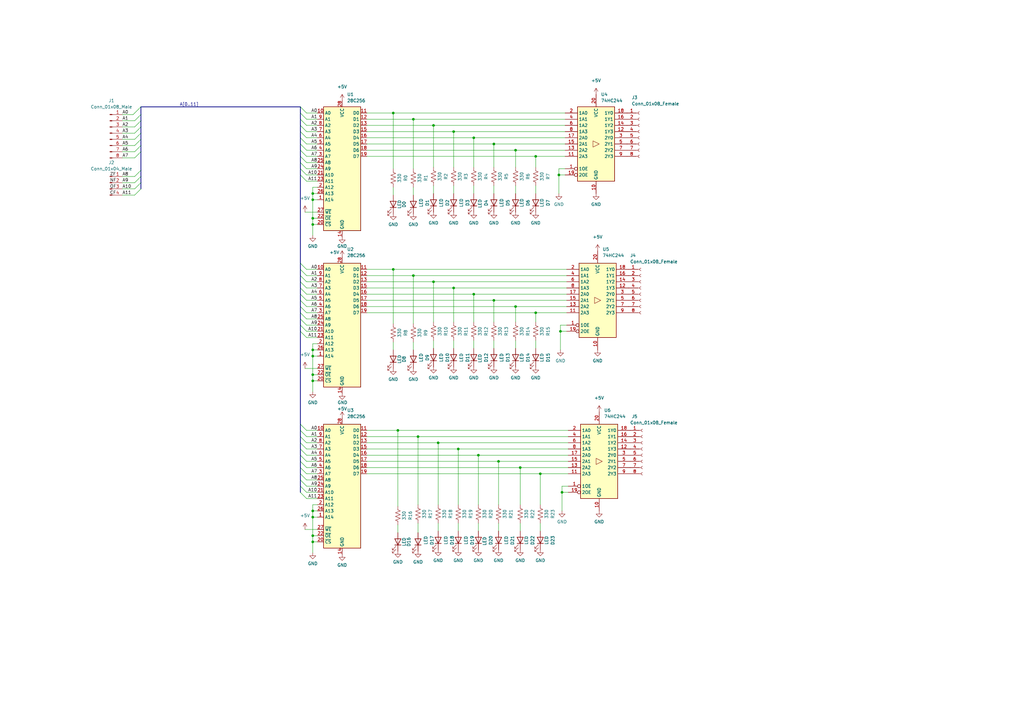
<source format=kicad_sch>
(kicad_sch (version 20211123) (generator eeschema)
  (paper "A3")
  (title_block (title "i281 Control Table") (date "2023-11-15") (rev "1") (company "sdmay24-14"))
  (lib_symbols
    (symbol "74xx:74HC244"
      (property "Reference" "U" (at -7.62 16.51 0))
      (property "Value" "74HC244" (at -7.62 -16.51 0))
      (symbol "74HC244_1_0"
        (polyline (pts (xy 1.27 0) (xy -1.27 1.27) (xy -1.27 -1.27) (xy 1.27 0)) (stroke (width 0.1524)))
        (pin input inverted (at -12.7 -10.16 0) (length 5.08) (name "1OE") (number "1"))
        (pin power_in line (at 0 -20.32 90) (length 5.08) (name "GND") (number "10"))
        (pin input line (at -12.7 -5.08 0) (length 5.08) (name "2A3") (number "11"))
        (pin tri_state line (at 12.7 5.08 180) (length 5.08) (name "1Y3") (number "12"))
        (pin input line (at -12.7 -2.54 0) (length 5.08) (name "2A2") (number "13"))
        (pin tri_state line (at 12.7 7.62 180) (length 5.08) (name "1Y2") (number "14"))
        (pin input line (at -12.7 0 0) (length 5.08) (name "2A1") (number "15"))
        (pin tri_state line (at 12.7 10.16 180) (length 5.08) (name "1Y1") (number "16"))
        (pin input line (at -12.7 2.54 0) (length 5.08) (name "2A0") (number "17"))
        (pin tri_state line (at 12.7 12.7 180) (length 5.08) (name "1Y0") (number "18"))
        (pin input inverted (at -12.7 -12.7 0) (length 5.08) (name "2OE") (number "19"))
        (pin input line (at -12.7 12.7 0) (length 5.08) (name "1A0") (number "2"))
        (pin power_in line (at 0 20.32 270) (length 5.08) (name "VCC") (number "20"))
        (pin tri_state line (at 12.7 2.54 180) (length 5.08) (name "2Y0") (number "3"))
        (pin input line (at -12.7 10.16 0) (length 5.08) (name "1A1") (number "4"))
        (pin tri_state line (at 12.7 0 180) (length 5.08) (name "2Y1") (number "5"))
        (pin input line (at -12.7 7.62 0) (length 5.08) (name "1A2") (number "6"))
        (pin tri_state line (at 12.7 -2.54 180) (length 5.08) (name "2Y2") (number "7"))
        (pin input line (at -12.7 5.08 0) (length 5.08) (name "1A3") (number "8"))
        (pin tri_state line (at 12.7 -5.08 180) (length 5.08) (name "2Y3") (number "9"))
      )
      (symbol "74HC244_1_1"
        (rectangle (start -7.62 15.24) (end 7.62 -15.24) (stroke (width 0.254)) (fill (type background)))
      )
    )
    (symbol "Connector:Conn_01x04_Male" (pin_names (offset 1.016) hide)
      (property "Reference" "J" (at 0 5.08 0))
      (property "Value" "Conn_01x04_Male" (at 0 -7.62 0))
      (symbol "Conn_01x04_Male_1_1"
        (polyline (pts (xy 1.27 -5.08) (xy 0.8636 -5.08)) (stroke (width 0.1524)))
        (polyline (pts (xy 1.27 -2.54) (xy 0.8636 -2.54)) (stroke (width 0.1524)))
        (polyline (pts (xy 1.27 0) (xy 0.8636 0)) (stroke (width 0.1524)))
        (polyline (pts (xy 1.27 2.54) (xy 0.8636 2.54)) (stroke (width 0.1524)))
        (rectangle (start 0.8636 -4.953) (end 0 -5.207) (stroke (width 0.1524)) (fill (type outline)))
        (rectangle (start 0.8636 -2.413) (end 0 -2.667) (stroke (width 0.1524)) (fill (type outline)))
        (rectangle (start 0.8636 0.127) (end 0 -0.127) (stroke (width 0.1524)) (fill (type outline)))
        (rectangle (start 0.8636 2.667) (end 0 2.413) (stroke (width 0.1524)) (fill (type outline)))
        (pin passive line (at 5.08 2.54 180) (length 3.81) (name "Pin_1") (number "1"))
        (pin passive line (at 5.08 0 180) (length 3.81) (name "Pin_2") (number "2"))
        (pin passive line (at 5.08 -2.54 180) (length 3.81) (name "Pin_3") (number "3"))
        (pin passive line (at 5.08 -5.08 180) (length 3.81) (name "Pin_4") (number "4"))
      )
    )
    (symbol "Connector:Conn_01x08_Female" (pin_names (offset 1.016) hide)
      (property "Reference" "J" (at 0 10.16 0))
      (property "Value" "Conn_01x08_Female" (at 0 -12.7 0))
      (symbol "Conn_01x08_Female_1_1"
        (arc (start 0 -9.652) (mid -0.508 -10.16) (end 0 -10.668) (stroke (width 0.1524)))
        (arc (start 0 -7.112) (mid -0.508 -7.62) (end 0 -8.128) (stroke (width 0.1524)))
        (arc (start 0 -4.572) (mid -0.508 -5.08) (end 0 -5.588) (stroke (width 0.1524)))
        (arc (start 0 -2.032) (mid -0.508 -2.54) (end 0 -3.048) (stroke (width 0.1524)))
        (polyline (pts (xy -1.27 -10.16) (xy -0.508 -10.16)) (stroke (width 0.1524)))
        (polyline (pts (xy -1.27 -7.62) (xy -0.508 -7.62)) (stroke (width 0.1524)))
        (polyline (pts (xy -1.27 -5.08) (xy -0.508 -5.08)) (stroke (width 0.1524)))
        (polyline (pts (xy -1.27 -2.54) (xy -0.508 -2.54)) (stroke (width 0.1524)))
        (polyline (pts (xy -1.27 0) (xy -0.508 0)) (stroke (width 0.1524)))
        (polyline (pts (xy -1.27 2.54) (xy -0.508 2.54)) (stroke (width 0.1524)))
        (polyline (pts (xy -1.27 5.08) (xy -0.508 5.08)) (stroke (width 0.1524)))
        (polyline (pts (xy -1.27 7.62) (xy -0.508 7.62)) (stroke (width 0.1524)))
        (arc (start 0 0.508) (mid -0.508 0) (end 0 -0.508) (stroke (width 0.1524)))
        (arc (start 0 3.048) (mid -0.508 2.54) (end 0 2.032) (stroke (width 0.1524)))
        (arc (start 0 5.588) (mid -0.508 5.08) (end 0 4.572) (stroke (width 0.1524)))
        (arc (start 0 8.128) (mid -0.508 7.62) (end 0 7.112) (stroke (width 0.1524)))
        (pin passive line (at -5.08 7.62 0) (length 3.81) (name "Pin_1") (number "1"))
        (pin passive line (at -5.08 5.08 0) (length 3.81) (name "Pin_2") (number "2"))
        (pin passive line (at -5.08 2.54 0) (length 3.81) (name "Pin_3") (number "3"))
        (pin passive line (at -5.08 0 0) (length 3.81) (name "Pin_4") (number "4"))
        (pin passive line (at -5.08 -2.54 0) (length 3.81) (name "Pin_5") (number "5"))
        (pin passive line (at -5.08 -5.08 0) (length 3.81) (name "Pin_6") (number "6"))
        (pin passive line (at -5.08 -7.62 0) (length 3.81) (name "Pin_7") (number "7"))
        (pin passive line (at -5.08 -10.16 0) (length 3.81) (name "Pin_8") (number "8"))
      )
    )
    (symbol "Connector:Conn_01x08_Male" (pin_names (offset 1.016) hide)
      (property "Reference" "J" (at 0 10.16 0))
      (property "Value" "Conn_01x08_Male" (at 0 -12.7 0))
      (symbol "Conn_01x08_Male_1_1"
        (polyline (pts (xy 1.27 -10.16) (xy 0.8636 -10.16)) (stroke (width 0.1524)))
        (polyline (pts (xy 1.27 -7.62) (xy 0.8636 -7.62)) (stroke (width 0.1524)))
        (polyline (pts (xy 1.27 -5.08) (xy 0.8636 -5.08)) (stroke (width 0.1524)))
        (polyline (pts (xy 1.27 -2.54) (xy 0.8636 -2.54)) (stroke (width 0.1524)))
        (polyline (pts (xy 1.27 0) (xy 0.8636 0)) (stroke (width 0.1524)))
        (polyline (pts (xy 1.27 2.54) (xy 0.8636 2.54)) (stroke (width 0.1524)))
        (polyline (pts (xy 1.27 5.08) (xy 0.8636 5.08)) (stroke (width 0.1524)))
        (polyline (pts (xy 1.27 7.62) (xy 0.8636 7.62)) (stroke (width 0.1524)))
        (rectangle (start 0.8636 -10.033) (end 0 -10.287) (stroke (width 0.1524)) (fill (type outline)))
        (rectangle (start 0.8636 -7.493) (end 0 -7.747) (stroke (width 0.1524)) (fill (type outline)))
        (rectangle (start 0.8636 -4.953) (end 0 -5.207) (stroke (width 0.1524)) (fill (type outline)))
        (rectangle (start 0.8636 -2.413) (end 0 -2.667) (stroke (width 0.1524)) (fill (type outline)))
        (rectangle (start 0.8636 0.127) (end 0 -0.127) (stroke (width 0.1524)) (fill (type outline)))
        (rectangle (start 0.8636 2.667) (end 0 2.413) (stroke (width 0.1524)) (fill (type outline)))
        (rectangle (start 0.8636 5.207) (end 0 4.953) (stroke (width 0.1524)) (fill (type outline)))
        (rectangle (start 0.8636 7.747) (end 0 7.493) (stroke (width 0.1524)) (fill (type outline)))
        (pin passive line (at 5.08 7.62 180) (length 3.81) (name "Pin_1") (number "1"))
        (pin passive line (at 5.08 5.08 180) (length 3.81) (name "Pin_2") (number "2"))
        (pin passive line (at 5.08 2.54 180) (length 3.81) (name "Pin_3") (number "3"))
        (pin passive line (at 5.08 0 180) (length 3.81) (name "Pin_4") (number "4"))
        (pin passive line (at 5.08 -2.54 180) (length 3.81) (name "Pin_5") (number "5"))
        (pin passive line (at 5.08 -5.08 180) (length 3.81) (name "Pin_6") (number "6"))
        (pin passive line (at 5.08 -7.62 180) (length 3.81) (name "Pin_7") (number "7"))
        (pin passive line (at 5.08 -10.16 180) (length 3.81) (name "Pin_8") (number "8"))
      )
    )
    (symbol "Device:LED" (pin_numbers hide) (pin_names (offset 1.016) hide)
      (property "Reference" "D" (at 0 2.54 0))
      (property "Value" "LED" (at 0 -2.54 0))
      (symbol "LED_0_1"
        (polyline (pts (xy -1.27 -1.27) (xy -1.27 1.27)) (stroke (width 0.254)))
        (polyline (pts (xy -1.27 0) (xy 1.27 0)))
        (polyline (pts (xy 1.27 -1.27) (xy 1.27 1.27) (xy -1.27 0) (xy 1.27 -1.27)) (stroke (width 0.254)))
        (polyline (pts (xy -3.048 -0.762) (xy -4.572 -2.286) (xy -3.81 -2.286) (xy -4.572 -2.286) (xy -4.572 -1.524)))
        (polyline (pts (xy -1.778 -0.762) (xy -3.302 -2.286) (xy -2.54 -2.286) (xy -3.302 -2.286) (xy -3.302 -1.524)))
      )
      (symbol "LED_1_1"
        (pin passive line (at -3.81 0 0) (length 2.54) (name "K") (number "1"))
        (pin passive line (at 3.81 0 180) (length 2.54) (name "A") (number "2"))
      )
    )
    (symbol "Device:R_US" (pin_numbers hide) (pin_names (offset 0))
      (property "Reference" "R" (at 2.54 0 90))
      (property "Value" "R_US" (at -2.54 0 90))
      (symbol "R_US_0_1"
        (polyline (pts (xy 0 -2.286) (xy 0 -2.54)))
        (polyline (pts (xy 0 2.286) (xy 0 2.54)))
        (polyline (pts (xy 0 -0.762) (xy 1.016 -1.143) (xy 0 -1.524) (xy -1.016 -1.905) (xy 0 -2.286)))
        (polyline (pts (xy 0 0.762) (xy 1.016 0.381) (xy 0 0) (xy -1.016 -0.381) (xy 0 -0.762)))
        (polyline (pts (xy 0 2.286) (xy 1.016 1.905) (xy 0 1.524) (xy -1.016 1.143) (xy 0 0.762)))
      )
      (symbol "R_US_1_1"
        (pin passive line (at 0 3.81 270) (length 1.27) (name "~") (number "1"))
        (pin passive line (at 0 -3.81 90) (length 1.27) (name "~") (number "2"))
      )
    )
    (symbol "Memory_EEPROM:28C256"
      (property "Reference" "U" (at -7.62 26.67 0))
      (property "Value" "28C256" (at 2.54 -26.67 0))
      (symbol "28C256_1_1"
        (rectangle (start -7.62 25.4) (end 7.62 -25.4) (stroke (width 0.254)) (fill (type background)))
        (pin input line (at -10.16 -12.7 0) (length 2.54) (name "A14") (number "1"))
        (pin input line (at -10.16 22.86 0) (length 2.54) (name "A0") (number "10"))
        (pin tri_state line (at 10.16 22.86 180) (length 2.54) (name "D0") (number "11"))
        (pin tri_state line (at 10.16 20.32 180) (length 2.54) (name "D1") (number "12"))
        (pin tri_state line (at 10.16 17.78 180) (length 2.54) (name "D2") (number "13"))
        (pin power_in line (at 0 -27.94 90) (length 2.54) (name "GND") (number "14"))
        (pin tri_state line (at 10.16 15.24 180) (length 2.54) (name "D3") (number "15"))
        (pin tri_state line (at 10.16 12.7 180) (length 2.54) (name "D4") (number "16"))
        (pin tri_state line (at 10.16 10.16 180) (length 2.54) (name "D5") (number "17"))
        (pin tri_state line (at 10.16 7.62 180) (length 2.54) (name "D6") (number "18"))
        (pin tri_state line (at 10.16 5.08 180) (length 2.54) (name "D7") (number "19"))
        (pin input line (at -10.16 -7.62 0) (length 2.54) (name "A12") (number "2"))
        (pin input line (at -10.16 -22.86 0) (length 2.54) (name "~{CS}") (number "20"))
        (pin input line (at -10.16 -2.54 0) (length 2.54) (name "A10") (number "21"))
        (pin input line (at -10.16 -20.32 0) (length 2.54) (name "~{OE}") (number "22"))
        (pin input line (at -10.16 -5.08 0) (length 2.54) (name "A11") (number "23"))
        (pin input line (at -10.16 0 0) (length 2.54) (name "A9") (number "24"))
        (pin input line (at -10.16 2.54 0) (length 2.54) (name "A8") (number "25"))
        (pin input line (at -10.16 -10.16 0) (length 2.54) (name "A13") (number "26"))
        (pin input line (at -10.16 -17.78 0) (length 2.54) (name "~{WE}") (number "27"))
        (pin power_in line (at 0 27.94 270) (length 2.54) (name "VCC") (number "28"))
        (pin input line (at -10.16 5.08 0) (length 2.54) (name "A7") (number "3"))
        (pin input line (at -10.16 7.62 0) (length 2.54) (name "A6") (number "4"))
        (pin input line (at -10.16 10.16 0) (length 2.54) (name "A5") (number "5"))
        (pin input line (at -10.16 12.7 0) (length 2.54) (name "A4") (number "6"))
        (pin input line (at -10.16 15.24 0) (length 2.54) (name "A3") (number "7"))
        (pin input line (at -10.16 17.78 0) (length 2.54) (name "A2") (number "8"))
        (pin input line (at -10.16 20.32 0) (length 2.54) (name "A1") (number "9"))
      )
    )
    (symbol "power:+5V" (power) (pin_names (offset 0))
      (property "Value" "+5V" (at 0 3.556 0))
      (symbol "+5V_0_1"
        (polyline (pts (xy -0.762 1.27) (xy 0 2.54)))
        (polyline (pts (xy 0 0) (xy 0 2.54)))
        (polyline (pts (xy 0 2.54) (xy 0.762 1.27)))
      )
      (symbol "+5V_1_1"
        (pin power_in line (at 0 0 90) (length 0) hide (name "+5V") (number "1"))
      )
    )
    (symbol "power:GND" (power) (pin_names (offset 0))
      (property "Value" "GND" (at 0 -3.81 0))
      (symbol "GND_0_1"
        (polyline (pts (xy 0 0) (xy 0 -1.27) (xy 1.27 -1.27) (xy 0 -2.54) (xy -1.27 -1.27) (xy 0 -1.27)))
      )
      (symbol "GND_1_1"
        (pin power_in line (at 0 0 270) (length 0) hide (name "GND") (number "1"))
      )
    )
  )
  (junction (at 196.215 186.69))
  (junction (at 128.27 143.51))
  (junction (at 177.8 115.57))
  (junction (at 128.27 79.375))
  (junction (at 179.705 181.61))
  (junction (at 187.96 184.15))
  (junction (at 128.27 156.21))
  (junction (at 161.29 110.49))
  (junction (at 128.27 222.25))
  (junction (at 161.29 46.355))
  (junction (at 194.31 56.515))
  (junction (at 128.27 219.71))
  (junction (at 219.71 128.27))
  (junction (at 169.545 113.03))
  (junction (at 221.615 194.31))
  (junction (at 128.27 92.075))
  (junction (at 213.36 191.77))
  (junction (at 229.235 71.755))
  (junction (at 128.27 146.05))
  (junction (at 202.565 59.055))
  (junction (at 204.47 189.23))
  (junction (at 128.27 209.55))
  (junction (at 211.455 125.73))
  (junction (at 128.27 81.915))
  (junction (at 229.87 135.89))
  (junction (at 128.27 89.535))
  (junction (at 202.565 123.19))
  (junction (at 230.505 201.93))
  (junction (at 177.8 51.435))
  (junction (at 194.31 120.65))
  (junction (at 163.195 176.53))
  (junction (at 169.545 48.895))
  (junction (at 171.45 179.07))
  (junction (at 211.455 61.595))
  (junction (at 128.27 212.09))
  (junction (at 186.055 118.11))
  (junction (at 186.055 53.975))
  (junction (at 128.27 153.67))
  (junction (at 219.71 64.135))
  (bus_entry (at 123.19 186.69) (size 2.54 2.54))
  (bus_entry (at 123.19 118.11) (size 2.54 2.54))
  (bus_entry (at 123.19 123.19) (size 2.54 2.54))
  (bus_entry (at 123.19 176.53) (size 2.54 2.54))
  (bus_entry (at 123.19 196.85) (size 2.54 2.54))
  (bus_entry (at 123.19 71.755) (size 2.54 2.54))
  (bus_entry (at 123.19 130.81) (size 2.54 2.54))
  (bus_entry (at 123.19 181.61) (size 2.54 2.54))
  (bus_entry (at 57.785 59.69) (size -2.54 2.54))
  (bus_entry (at 123.19 199.39) (size 2.54 2.54))
  (bus_entry (at 123.19 135.89) (size 2.54 2.54))
  (bus_entry (at 123.19 201.93) (size 2.54 2.54))
  (bus_entry (at 123.19 64.135) (size 2.54 2.54))
  (bus_entry (at 57.785 54.61) (size -2.54 2.54))
  (bus_entry (at 123.19 184.15) (size 2.54 2.54))
  (bus_entry (at 123.19 69.215) (size 2.54 2.54))
  (bus_entry (at 123.19 191.77) (size 2.54 2.54))
  (bus_entry (at 57.785 62.23) (size -2.54 2.54))
  (bus_entry (at 57.785 72.39) (size -2.54 2.54))
  (bus_entry (at 123.19 120.65) (size 2.54 2.54))
  (bus_entry (at 123.19 48.895) (size 2.54 2.54))
  (bus_entry (at 123.19 194.31) (size 2.54 2.54))
  (bus_entry (at 57.785 57.15) (size -2.54 2.54))
  (bus_entry (at 123.19 179.07) (size 2.54 2.54))
  (bus_entry (at 123.19 46.355) (size 2.54 2.54))
  (bus_entry (at 123.19 115.57) (size 2.54 2.54))
  (bus_entry (at 57.785 74.93) (size -2.54 2.54))
  (bus_entry (at 123.19 110.49) (size 2.54 2.54))
  (bus_entry (at 123.19 173.99) (size 2.54 2.54))
  (bus_entry (at 123.19 189.23) (size 2.54 2.54))
  (bus_entry (at 123.19 113.03) (size 2.54 2.54))
  (bus_entry (at 57.785 46.99) (size -2.54 2.54))
  (bus_entry (at 123.19 107.95) (size 2.54 2.54))
  (bus_entry (at 57.785 52.07) (size -2.54 2.54))
  (bus_entry (at 57.785 43.815) (size -2.54 2.54))
  (bus_entry (at 123.19 43.815) (size 2.54 2.54))
  (bus_entry (at 57.785 49.53) (size -2.54 2.54))
  (bus_entry (at 123.19 59.055) (size 2.54 2.54))
  (bus_entry (at 123.19 128.27) (size 2.54 2.54))
  (bus_entry (at 123.19 56.515) (size 2.54 2.54))
  (bus_entry (at 57.785 77.47) (size -2.54 2.54))
  (bus_entry (at 123.19 53.975) (size 2.54 2.54))
  (bus_entry (at 123.19 51.435) (size 2.54 2.54))
  (bus_entry (at 123.19 66.675) (size 2.54 2.54))
  (bus_entry (at 57.785 69.85) (size -2.54 2.54))
  (bus_entry (at 123.19 61.595) (size 2.54 2.54))
  (bus_entry (at 123.19 133.35) (size 2.54 2.54))
  (bus_entry (at 123.19 125.73) (size 2.54 2.54))
  (wire (pts (xy 125.73 125.73) (xy 130.175 125.73)))
  (wire (pts (xy 125.73 204.47) (xy 130.175 204.47)))
  (wire (pts (xy 50.165 52.07) (xy 55.245 52.07)))
  (bus (pts (xy 123.19 196.85) (xy 123.19 199.39)))
  (wire (pts (xy 221.615 194.31) (xy 233.045 194.31)))
  (wire (pts (xy 128.27 140.97) (xy 128.27 143.51)))
  (wire (pts (xy 125.73 48.895) (xy 130.175 48.895)))
  (wire (pts (xy 196.215 186.69) (xy 196.215 207.01)))
  (wire (pts (xy 55.245 46.355) (xy 54.61 46.99)))
  (wire (pts (xy 128.27 219.71) (xy 128.27 222.25)))
  (wire (pts (xy 163.195 215.265) (xy 163.195 218.44)))
  (wire (pts (xy 204.47 189.23) (xy 233.045 189.23)))
  (wire (pts (xy 150.495 53.975) (xy 186.055 53.975)))
  (wire (pts (xy 150.495 61.595) (xy 211.455 61.595)))
  (wire (pts (xy 128.27 92.075) (xy 130.175 92.075)))
  (wire (pts (xy 125.73 181.61) (xy 130.175 181.61)))
  (bus (pts (xy 123.19 53.975) (xy 123.19 56.515)))
  (wire (pts (xy 50.165 57.15) (xy 55.245 57.15)))
  (wire (pts (xy 130.175 89.535) (xy 128.27 89.535)))
  (wire (pts (xy 161.29 46.355) (xy 231.775 46.355)))
  (wire (pts (xy 50.165 74.93) (xy 55.245 74.93)))
  (wire (pts (xy 161.29 110.49) (xy 232.41 110.49)))
  (wire (pts (xy 213.36 191.77) (xy 233.045 191.77)))
  (wire (pts (xy 230.505 201.93) (xy 233.045 201.93)))
  (wire (pts (xy 169.545 48.895) (xy 231.775 48.895)))
  (bus (pts (xy 57.785 74.93) (xy 57.785 72.39)))
  (wire (pts (xy 125.73 66.675) (xy 130.175 66.675)))
  (wire (pts (xy 169.545 76.835) (xy 169.545 80.01)))
  (wire (pts (xy 125.73 186.69) (xy 130.175 186.69)))
  (wire (pts (xy 128.27 156.21) (xy 128.27 160.655)))
  (wire (pts (xy 150.495 110.49) (xy 161.29 110.49)))
  (wire (pts (xy 125.73 191.77) (xy 130.175 191.77)))
  (wire (pts (xy 202.565 123.19) (xy 232.41 123.19)))
  (wire (pts (xy 229.87 133.35) (xy 229.87 135.89)))
  (wire (pts (xy 187.96 184.15) (xy 187.96 207.01)))
  (wire (pts (xy 150.495 64.135) (xy 219.71 64.135)))
  (wire (pts (xy 125.73 179.07) (xy 130.175 179.07)))
  (bus (pts (xy 57.785 57.15) (xy 57.785 54.61)))
  (wire (pts (xy 125.73 51.435) (xy 130.175 51.435)))
  (wire (pts (xy 150.495 115.57) (xy 177.8 115.57)))
  (wire (pts (xy 219.71 139.7) (xy 219.71 142.875)))
  (wire (pts (xy 128.27 209.55) (xy 130.175 209.55)))
  (wire (pts (xy 202.565 139.7) (xy 202.565 142.875)))
  (wire (pts (xy 50.165 59.69) (xy 55.245 59.69)))
  (wire (pts (xy 171.45 179.07) (xy 171.45 207.01)))
  (bus (pts (xy 123.19 51.435) (xy 123.19 53.975)))
  (wire (pts (xy 211.455 139.7) (xy 211.455 142.875)))
  (bus (pts (xy 123.19 107.95) (xy 123.19 110.49)))
  (bus (pts (xy 123.19 113.03) (xy 123.19 115.57)))
  (wire (pts (xy 125.73 69.215) (xy 130.175 69.215)))
  (wire (pts (xy 169.545 48.895) (xy 169.545 69.215)))
  (wire (pts (xy 221.615 214.63) (xy 221.615 217.805)))
  (wire (pts (xy 125.73 133.35) (xy 130.175 133.35)))
  (wire (pts (xy 150.495 128.27) (xy 219.71 128.27)))
  (bus (pts (xy 123.19 110.49) (xy 123.19 113.03)))
  (wire (pts (xy 221.615 194.31) (xy 221.615 207.01)))
  (wire (pts (xy 128.27 156.21) (xy 130.175 156.21)))
  (wire (pts (xy 219.71 128.27) (xy 232.41 128.27)))
  (bus (pts (xy 123.19 199.39) (xy 123.19 201.93)))
  (wire (pts (xy 125.73 128.27) (xy 130.175 128.27)))
  (wire (pts (xy 233.045 199.39) (xy 230.505 199.39)))
  (wire (pts (xy 128.27 81.915) (xy 130.175 81.915)))
  (wire (pts (xy 125.73 196.85) (xy 130.175 196.85)))
  (wire (pts (xy 219.71 64.135) (xy 219.71 68.58)))
  (wire (pts (xy 179.705 181.61) (xy 179.705 207.01)))
  (wire (pts (xy 186.055 53.975) (xy 231.775 53.975)))
  (bus (pts (xy 57.785 54.61) (xy 57.785 52.07)))
  (wire (pts (xy 125.73 189.23) (xy 130.175 189.23)))
  (wire (pts (xy 128.27 92.075) (xy 128.27 96.52)))
  (wire (pts (xy 125.73 113.03) (xy 130.175 113.03)))
  (wire (pts (xy 177.8 51.435) (xy 177.8 68.58)))
  (wire (pts (xy 128.27 222.25) (xy 130.175 222.25)))
  (wire (pts (xy 128.27 153.67) (xy 128.27 156.21)))
  (wire (pts (xy 128.27 79.375) (xy 130.175 79.375)))
  (wire (pts (xy 125.73 118.11) (xy 130.175 118.11)))
  (wire (pts (xy 202.565 123.19) (xy 202.565 132.08)))
  (wire (pts (xy 194.31 76.2) (xy 194.31 79.375)))
  (wire (pts (xy 125.73 201.93) (xy 130.175 201.93)))
  (bus (pts (xy 123.19 194.31) (xy 123.19 196.85)))
  (wire (pts (xy 150.495 51.435) (xy 177.8 51.435)))
  (bus (pts (xy 123.19 186.69) (xy 123.19 189.23)))
  (wire (pts (xy 161.29 76.835) (xy 161.29 80.01)))
  (wire (pts (xy 150.495 46.355) (xy 161.29 46.355)))
  (wire (pts (xy 194.31 139.7) (xy 194.31 142.875)))
  (bus (pts (xy 123.19 69.215) (xy 123.19 71.755)))
  (wire (pts (xy 179.705 181.61) (xy 233.045 181.61)))
  (bus (pts (xy 123.19 189.23) (xy 123.19 191.77)))
  (bus (pts (xy 123.19 176.53) (xy 123.19 179.07)))
  (wire (pts (xy 150.495 123.19) (xy 202.565 123.19)))
  (bus (pts (xy 123.19 56.515) (xy 123.19 59.055)))
  (bus (pts (xy 123.19 115.57) (xy 123.19 118.11)))
  (wire (pts (xy 150.495 179.07) (xy 171.45 179.07)))
  (wire (pts (xy 128.27 79.375) (xy 128.27 81.915)))
  (wire (pts (xy 128.27 212.09) (xy 130.175 212.09)))
  (wire (pts (xy 50.165 64.77) (xy 55.245 64.77)))
  (bus (pts (xy 123.19 43.815) (xy 123.19 46.355)))
  (wire (pts (xy 177.8 139.7) (xy 177.8 142.875)))
  (wire (pts (xy 150.495 113.03) (xy 169.545 113.03)))
  (bus (pts (xy 123.19 59.055) (xy 123.19 61.595)))
  (wire (pts (xy 150.495 59.055) (xy 202.565 59.055)))
  (wire (pts (xy 125.73 110.49) (xy 130.175 110.49)))
  (wire (pts (xy 125.73 130.81) (xy 130.175 130.81)))
  (wire (pts (xy 128.27 81.915) (xy 128.27 89.535)))
  (wire (pts (xy 179.705 214.63) (xy 179.705 217.805)))
  (bus (pts (xy 123.19 71.755) (xy 123.19 107.95)))
  (wire (pts (xy 150.495 125.73) (xy 211.455 125.73)))
  (bus (pts (xy 123.19 191.77) (xy 123.19 194.31)))
  (wire (pts (xy 213.36 191.77) (xy 213.36 207.01)))
  (wire (pts (xy 229.235 69.215) (xy 229.235 71.755)))
  (wire (pts (xy 196.215 214.63) (xy 196.215 217.805)))
  (bus (pts (xy 123.19 128.27) (xy 123.19 130.81)))
  (wire (pts (xy 229.87 135.89) (xy 229.87 143.51)))
  (bus (pts (xy 123.19 46.355) (xy 123.19 48.895)))
  (wire (pts (xy 125.73 138.43) (xy 130.175 138.43)))
  (bus (pts (xy 123.19 173.99) (xy 123.19 176.53)))
  (wire (pts (xy 202.565 59.055) (xy 231.775 59.055)))
  (wire (pts (xy 150.495 194.31) (xy 221.615 194.31)))
  (wire (pts (xy 163.195 176.53) (xy 163.195 207.645)))
  (wire (pts (xy 50.165 49.53) (xy 55.245 49.53)))
  (wire (pts (xy 211.455 61.595) (xy 231.775 61.595)))
  (wire (pts (xy 125.73 194.31) (xy 130.175 194.31)))
  (wire (pts (xy 171.45 179.07) (xy 233.045 179.07)))
  (bus (pts (xy 123.19 118.11) (xy 123.19 120.65)))
  (bus (pts (xy 123.19 179.07) (xy 123.19 181.61)))
  (wire (pts (xy 229.87 135.89) (xy 232.41 135.89)))
  (wire (pts (xy 186.055 76.2) (xy 186.055 79.375)))
  (wire (pts (xy 125.73 74.295) (xy 130.175 74.295)))
  (wire (pts (xy 150.495 118.11) (xy 186.055 118.11)))
  (wire (pts (xy 177.8 115.57) (xy 177.8 132.08)))
  (wire (pts (xy 128.27 222.25) (xy 128.27 226.695)))
  (wire (pts (xy 125.73 71.755) (xy 130.175 71.755)))
  (wire (pts (xy 202.565 76.2) (xy 202.565 79.375)))
  (wire (pts (xy 196.215 186.69) (xy 233.045 186.69)))
  (wire (pts (xy 125.73 61.595) (xy 130.175 61.595)))
  (wire (pts (xy 169.545 113.03) (xy 169.545 132.715)))
  (wire (pts (xy 50.165 77.47) (xy 55.245 77.47)))
  (wire (pts (xy 211.455 125.73) (xy 211.455 132.08)))
  (wire (pts (xy 186.055 139.7) (xy 186.055 142.875)))
  (wire (pts (xy 130.175 140.97) (xy 128.27 140.97)))
  (wire (pts (xy 128.27 212.09) (xy 128.27 219.71)))
  (wire (pts (xy 202.565 59.055) (xy 202.565 68.58)))
  (wire (pts (xy 219.71 64.135) (xy 231.775 64.135)))
  (wire (pts (xy 213.36 214.63) (xy 213.36 217.805)))
  (wire (pts (xy 161.29 140.335) (xy 161.29 143.51)))
  (wire (pts (xy 150.495 48.895) (xy 169.545 48.895)))
  (wire (pts (xy 125.73 59.055) (xy 130.175 59.055)))
  (wire (pts (xy 161.29 46.355) (xy 161.29 69.215)))
  (wire (pts (xy 125.73 64.135) (xy 130.175 64.135)))
  (wire (pts (xy 50.165 54.61) (xy 55.245 54.61)))
  (wire (pts (xy 125.73 120.65) (xy 130.175 120.65)))
  (wire (pts (xy 186.055 118.11) (xy 186.055 132.08)))
  (wire (pts (xy 187.96 184.15) (xy 233.045 184.15)))
  (wire (pts (xy 150.495 56.515) (xy 194.31 56.515)))
  (wire (pts (xy 125.73 199.39) (xy 130.175 199.39)))
  (wire (pts (xy 171.45 214.63) (xy 171.45 218.44)))
  (wire (pts (xy 128.27 146.05) (xy 130.175 146.05)))
  (wire (pts (xy 219.71 76.2) (xy 219.71 79.375)))
  (wire (pts (xy 128.27 146.05) (xy 128.27 153.67)))
  (wire (pts (xy 204.47 214.63) (xy 204.47 217.805)))
  (bus (pts (xy 123.19 125.73) (xy 123.19 128.27)))
  (wire (pts (xy 169.545 140.335) (xy 169.545 143.51)))
  (wire (pts (xy 186.055 118.11) (xy 232.41 118.11)))
  (wire (pts (xy 169.545 113.03) (xy 232.41 113.03)))
  (wire (pts (xy 231.775 69.215) (xy 229.235 69.215)))
  (wire (pts (xy 177.8 76.2) (xy 177.8 79.375)))
  (wire (pts (xy 130.175 153.67) (xy 128.27 153.67)))
  (bus (pts (xy 123.19 120.65) (xy 123.19 123.19)))
  (wire (pts (xy 194.31 120.65) (xy 232.41 120.65)))
  (wire (pts (xy 125.73 53.975) (xy 130.175 53.975)))
  (wire (pts (xy 50.165 72.39) (xy 55.245 72.39)))
  (wire (pts (xy 211.455 61.595) (xy 211.455 68.58)))
  (wire (pts (xy 150.495 120.65) (xy 194.31 120.65)))
  (wire (pts (xy 230.505 199.39) (xy 230.505 201.93)))
  (wire (pts (xy 229.235 71.755) (xy 229.235 79.375)))
  (bus (pts (xy 123.19 64.135) (xy 123.19 66.675)))
  (wire (pts (xy 125.73 56.515) (xy 130.175 56.515)))
  (wire (pts (xy 229.235 71.755) (xy 231.775 71.755)))
  (wire (pts (xy 211.455 125.73) (xy 232.41 125.73)))
  (wire (pts (xy 204.47 189.23) (xy 204.47 207.01)))
  (wire (pts (xy 194.31 120.65) (xy 194.31 132.08)))
  (wire (pts (xy 125.095 86.995) (xy 130.175 86.995)))
  (wire (pts (xy 177.8 51.435) (xy 231.775 51.435)))
  (bus (pts (xy 57.785 43.815) (xy 123.19 43.815)))
  (wire (pts (xy 50.165 46.99) (xy 54.61 46.99)))
  (bus (pts (xy 123.19 66.675) (xy 123.19 69.215)))
  (wire (pts (xy 50.165 80.01) (xy 55.245 80.01)))
  (wire (pts (xy 186.055 53.975) (xy 186.055 68.58)))
  (bus (pts (xy 57.785 72.39) (xy 57.785 69.85)))
  (wire (pts (xy 128.27 76.835) (xy 128.27 79.375)))
  (wire (pts (xy 163.195 176.53) (xy 233.045 176.53)))
  (wire (pts (xy 128.27 143.51) (xy 128.27 146.05)))
  (wire (pts (xy 125.73 115.57) (xy 130.175 115.57)))
  (wire (pts (xy 125.095 151.13) (xy 130.175 151.13)))
  (wire (pts (xy 230.505 201.93) (xy 230.505 209.55)))
  (bus (pts (xy 123.19 181.61) (xy 123.19 184.15)))
  (bus (pts (xy 123.19 135.89) (xy 123.19 173.99)))
  (wire (pts (xy 161.29 110.49) (xy 161.29 132.715)))
  (wire (pts (xy 150.495 184.15) (xy 187.96 184.15)))
  (wire (pts (xy 150.495 176.53) (xy 163.195 176.53)))
  (bus (pts (xy 123.19 48.895) (xy 123.19 51.435)))
  (wire (pts (xy 125.73 123.19) (xy 130.175 123.19)))
  (wire (pts (xy 150.495 191.77) (xy 213.36 191.77)))
  (wire (pts (xy 211.455 76.2) (xy 211.455 79.375)))
  (bus (pts (xy 57.785 49.53) (xy 57.785 46.99)))
  (wire (pts (xy 130.175 219.71) (xy 128.27 219.71)))
  (bus (pts (xy 57.785 69.85) (xy 57.785 62.23)))
  (wire (pts (xy 128.27 143.51) (xy 130.175 143.51)))
  (wire (pts (xy 125.095 217.17) (xy 130.175 217.17)))
  (wire (pts (xy 130.175 76.835) (xy 128.27 76.835)))
  (bus (pts (xy 57.785 77.47) (xy 57.785 74.93)))
  (bus (pts (xy 123.19 130.81) (xy 123.19 133.35)))
  (wire (pts (xy 187.96 214.63) (xy 187.96 217.805)))
  (wire (pts (xy 177.8 115.57) (xy 232.41 115.57)))
  (bus (pts (xy 57.785 62.23) (xy 57.785 59.69)))
  (wire (pts (xy 194.31 56.515) (xy 194.31 68.58)))
  (bus (pts (xy 123.19 61.595) (xy 123.19 64.135)))
  (wire (pts (xy 125.73 176.53) (xy 130.175 176.53)))
  (wire (pts (xy 150.495 181.61) (xy 179.705 181.61)))
  (wire (pts (xy 150.495 186.69) (xy 196.215 186.69)))
  (bus (pts (xy 57.785 52.07) (xy 57.785 49.53)))
  (wire (pts (xy 128.27 207.01) (xy 128.27 209.55)))
  (wire (pts (xy 130.175 207.01) (xy 128.27 207.01)))
  (wire (pts (xy 194.31 56.515) (xy 231.775 56.515)))
  (wire (pts (xy 219.71 128.27) (xy 219.71 132.08)))
  (bus (pts (xy 123.19 123.19) (xy 123.19 125.73)))
  (wire (pts (xy 128.27 209.55) (xy 128.27 212.09)))
  (bus (pts (xy 123.19 133.35) (xy 123.19 135.89)))
  (wire (pts (xy 232.41 133.35) (xy 229.87 133.35)))
  (bus (pts (xy 57.785 59.69) (xy 57.785 57.15)))
  (wire (pts (xy 125.73 46.355) (xy 130.175 46.355)))
  (bus (pts (xy 57.785 46.99) (xy 57.785 43.815)))
  (wire (pts (xy 125.73 184.15) (xy 130.175 184.15)))
  (wire (pts (xy 125.73 135.89) (xy 130.175 135.89)))
  (wire (pts (xy 128.27 89.535) (xy 128.27 92.075)))
  (wire (pts (xy 150.495 189.23) (xy 204.47 189.23)))
  (bus (pts (xy 123.19 184.15) (xy 123.19 186.69)))
  (wire (pts (xy 50.165 62.23) (xy 55.245 62.23)))
  (label "A1" (at 50.165 49.53 0))
  (label "A3" (at 127.635 53.975 0))
  (label "A6" (at 127.635 61.595 0))
  (label "A6" (at 127.635 125.73 0))
  (label "A2" (at 50.165 52.07 0))
  (label "A1" (at 127.635 48.895 0))
  (label "A2" (at 127.635 181.61 0))
  (label "A3" (at 127.635 118.11 0))
  (label "A4" (at 127.635 56.515 0))
  (label "A8" (at 50.165 72.39 0))
  (label "A2" (at 127.635 115.57 0))
  (label "A9" (at 127.635 199.39 0))
  (label "A4" (at 50.165 57.15 0))
  (label "A7" (at 50.165 64.77 0))
  (label "A5" (at 127.635 123.19 0))
  (label "A9" (at 50.165 74.93 0))
  (label "A0" (at 50.165 46.99 0))
  (label "A8" (at 127.635 196.85 0))
  (label "A10" (at 126.365 135.89 0))
  (label "A1" (at 127.635 179.07 0))
  (label "A5" (at 127.635 189.23 0))
  (label "A11" (at 126.365 74.295 0))
  (label "A6" (at 50.165 62.23 0))
  (label "ZF" (at 45.085 72.39 0))
  (label "A0" (at 127.635 176.53 0))
  (label "A[0..11]" (at 73.66 43.815 0))
  (label "A3" (at 127.635 184.15 0))
  (label "A0" (at 127.635 110.49 0))
  (label "A7" (at 127.635 128.27 0))
  (label "NF" (at 45.085 74.93 0))
  (label "A11" (at 50.165 80.01 0))
  (label "OF" (at 45.085 77.47 0))
  (label "A7" (at 127.635 64.135 0))
  (label "A6" (at 127.635 191.77 0))
  (label "A4" (at 127.635 186.69 0))
  (label "A7" (at 127.635 194.31 0))
  (label "A11" (at 126.365 204.47 0))
  (label "A5" (at 50.165 59.69 0))
  (label "A9" (at 127.635 69.215 0))
  (label "A0" (at 127.635 46.355 0))
  (label "A3" (at 50.165 54.61 0))
  (label "A8" (at 127.635 130.81 0))
  (label "A9" (at 127.635 133.35 0))
  (label "A10" (at 126.365 201.93 0))
  (label "A10" (at 126.365 71.755 0))
  (label "A1" (at 127.635 113.03 0))
  (label "A2" (at 127.635 51.435 0))
  (label "A11" (at 126.365 138.43 0))
  (label "A10" (at 50.165 77.47 0))
  (label "A8" (at 127.635 66.675 0))
  (label "A4" (at 127.635 120.65 0))
  (label "A5" (at 127.635 59.055 0))
  (label "CF" (at 45.085 80.01 0))
  (symbol (lib_id "power:+5V") (at 140.335 41.275 0) (unit 1)
    (property "Reference" "#PWR?" (effects hide))
    (property "Value" "+5V" (at 140.335 35.56 0))
  )
  (symbol (lib_id "Device:R_US") (at 196.215 210.82 180) (unit 1)
    (property "Reference" "R20" (at 201.295 210.82 90))
    (property "Value" "330" (at 198.755 210.82 90))
  )
  (symbol (lib_id "Device:R_US") (at 179.705 210.82 180) (unit 1)
    (property "Reference" "R18" (at 184.785 210.82 90))
    (property "Value" "330" (at 182.245 210.82 90))
  )
  (symbol (lib_id "power:GND") (at 187.96 225.425 0) (unit 1)
    (property "Reference" "#PWR?" (effects hide))
    (property "Value" "GND" (at 187.96 229.87 0))
  )
  (symbol (lib_id "power:GND") (at 186.055 86.995 0) (unit 1)
    (property "Reference" "#PWR?" (effects hide))
    (property "Value" "GND" (at 186.055 91.44 0))
  )
  (symbol (lib_id "power:GND") (at 202.565 86.995 0) (unit 1)
    (property "Reference" "#PWR?" (effects hide))
    (property "Value" "GND" (at 202.565 91.44 0))
  )
  (symbol (lib_id "Device:LED") (at 161.29 147.32 270) (mirror x) (unit 1)
    (property "Reference" "D8" (at 165.735 147.32 0))
    (property "Value" "LED" (at 163.83 147.32 0))
  )
  (symbol (lib_id "Device:R_US") (at 161.29 136.525 180) (unit 1)
    (property "Reference" "R8" (at 166.37 136.525 90))
    (property "Value" "330" (at 163.83 136.525 90))
  )
  (symbol (lib_id "power:GND") (at 245.745 209.55 0) (unit 1)
    (property "Reference" "#PWR?" (effects hide))
    (property "Value" "GND" (at 245.745 213.995 0))
  )
  (symbol (lib_id "Device:LED") (at 211.455 83.185 270) (mirror x) (unit 1)
    (property "Reference" "D6" (at 216.535 83.185 0))
    (property "Value" "LED" (at 213.995 83.185 0))
  )
  (symbol (lib_id "power:GND") (at 169.545 151.13 0) (unit 1)
    (property "Reference" "#PWR?" (effects hide))
    (property "Value" "GND" (at 169.545 155.575 0))
  )
  (symbol (lib_id "Memory_EEPROM:28C256") (at 140.335 199.39 0) (unit 1)
    (property "Reference" "U3" (at 142.3544 168.275 0) (effects (justify left)))
    (property "Value" "28C256" (at 142.3544 170.815 0) (effects (justify left)))
    (property "Datasheet" "http://ww1.microchip.com/downloads/en/DeviceDoc/doc0006.pdf" (effects hide))
  )
  (symbol (lib_id "Connector:Conn_01x04_Male") (at 45.085 74.93 0) (unit 1)
    (property "Reference" "J2" (at 45.72 66.675 0))
    (property "Value" "Conn_01x04_Male" (at 45.72 69.215 0))
  )
  (symbol (lib_id "Device:LED") (at 202.565 83.185 270) (mirror x) (unit 1)
    (property "Reference" "D5" (at 208.28 83.185 0))
    (property "Value" "LED" (at 205.74 83.185 0))
  )
  (symbol (lib_id "Device:LED") (at 194.31 83.185 270) (mirror x) (unit 1)
    (property "Reference" "D4" (at 199.39 83.185 0))
    (property "Value" "LED" (at 196.85 83.5025 0))
  )
  (symbol (lib_id "power:GND") (at 213.36 225.425 0) (unit 1)
    (property "Reference" "#PWR?" (effects hide))
    (property "Value" "GND" (at 213.36 229.87 0))
  )
  (symbol (lib_id "Device:R_US") (at 169.545 136.525 180) (unit 1)
    (property "Reference" "R9" (at 174.625 136.525 90))
    (property "Value" "330" (at 172.085 136.525 90))
  )
  (symbol (lib_id "power:GND") (at 221.615 225.425 0) (unit 1)
    (property "Reference" "#PWR?" (effects hide))
    (property "Value" "GND" (at 221.615 229.87 0))
  )
  (symbol (lib_id "power:+5V") (at 125.095 86.995 0) (unit 1)
    (property "Reference" "#PWR?" (effects hide))
    (property "Value" "+5V" (at 125.095 81.28 0))
  )
  (symbol (lib_id "74xx:74HC244") (at 245.745 189.23 0) (unit 1)
    (property "Reference" "U6" (at 247.7644 168.275 0) (effects (justify left)))
    (property "Value" "74HC244" (at 247.7644 170.815 0) (effects (justify left)))
    (property "Datasheet" "https://assets.nexperia.com/documents/data-sheet/74HC_HCT244.pdf" (effects hide))
  )
  (symbol (lib_id "Device:R_US") (at 202.565 135.89 180) (unit 1)
    (property "Reference" "R13" (at 207.645 135.89 90))
    (property "Value" "330" (at 205.105 135.89 90))
  )
  (symbol (lib_id "Device:LED") (at 161.29 83.82 270) (mirror x) (unit 1)
    (property "Reference" "D0" (at 165.735 83.82 0))
    (property "Value" "LED" (at 163.83 83.82 0))
  )
  (symbol (lib_id "power:GND") (at 161.29 151.13 0) (unit 1)
    (property "Reference" "#PWR?" (effects hide))
    (property "Value" "GND" (at 161.29 155.575 0))
  )
  (symbol (lib_id "Device:LED") (at 187.96 221.615 270) (mirror x) (unit 1)
    (property "Reference" "D19" (at 193.675 221.615 0))
    (property "Value" "LED" (at 191.135 221.615 0))
  )
  (symbol (lib_id "Memory_EEPROM:28C256") (at 140.335 133.35 0) (unit 1)
    (property "Reference" "U2" (at 142.3544 102.235 0) (effects (justify left)))
    (property "Value" "28C256" (at 142.3544 104.775 0) (effects (justify left)))
    (property "Datasheet" "http://ww1.microchip.com/downloads/en/DeviceDoc/doc0006.pdf" (effects hide))
  )
  (symbol (lib_id "Device:LED") (at 213.36 221.615 270) (mirror x) (unit 1)
    (property "Reference" "D22" (at 218.44 221.615 0))
    (property "Value" "LED" (at 215.9 221.615 0))
  )
  (symbol (lib_id "Device:LED") (at 171.45 222.25 270) (mirror x) (unit 1)
    (property "Reference" "D17" (at 177.165 221.615 0))
    (property "Value" "LED" (at 174.625 221.615 0))
  )
  (symbol (lib_id "power:GND") (at 194.31 86.995 0) (unit 1)
    (property "Reference" "#PWR?" (effects hide))
    (property "Value" "GND" (at 194.31 91.44 0))
  )
  (symbol (lib_id "power:GND") (at 211.455 86.995 0) (unit 1)
    (property "Reference" "#PWR?" (effects hide))
    (property "Value" "GND" (at 211.455 91.44 0))
  )
  (symbol (lib_id "power:GND") (at 140.335 161.29 0) (unit 1)
    (property "Reference" "#PWR?" (effects hide))
    (property "Value" "GND" (at 138.43 165.1 0) (effects (justify left)))
  )
  (symbol (lib_id "power:GND") (at 219.71 150.495 0) (unit 1)
    (property "Reference" "#PWR?" (effects hide))
    (property "Value" "GND" (at 219.71 154.94 0))
  )
  (symbol (lib_id "Connector:Conn_01x08_Female") (at 262.89 118.11 0) (unit 1)
    (property "Reference" "J4" (at 258.445 104.775 0) (effects (justify left)))
    (property "Value" "Conn_01x08_Female" (at 258.445 107.315 0) (effects (justify left)))
  )
  (symbol (lib_id "Device:R_US") (at 221.615 210.82 180) (unit 1)
    (property "Reference" "R23" (at 226.695 210.82 90))
    (property "Value" "330" (at 224.155 210.82 90))
  )
  (symbol (lib_id "power:+5V") (at 245.11 102.87 0) (unit 1)
    (property "Reference" "#PWR?" (effects hide))
    (property "Value" "+5V" (at 245.11 97.155 0))
  )
  (symbol (lib_id "power:GND") (at 230.505 209.55 0) (unit 1)
    (property "Reference" "#PWR?" (effects hide))
    (property "Value" "GND" (at 230.505 213.995 0))
  )
  (symbol (lib_id "Device:R_US") (at 204.47 210.82 180) (unit 1)
    (property "Reference" "R21" (at 209.55 210.82 90))
    (property "Value" "330" (at 207.01 210.82 90))
  )
  (symbol (lib_id "power:GND") (at 140.335 227.33 0) (unit 1)
    (property "Reference" "#PWR?" (effects hide))
    (property "Value" "GND" (at 140.335 231.775 0))
  )
  (symbol (lib_id "Device:LED") (at 204.47 221.615 270) (mirror x) (unit 1)
    (property "Reference" "D21" (at 210.185 221.615 0))
    (property "Value" "LED" (at 207.645 221.615 0))
  )
  (symbol (lib_id "power:GND") (at 229.87 143.51 0) (unit 1)
    (property "Reference" "#PWR?" (effects hide))
    (property "Value" "GND" (at 229.87 147.955 0))
  )
  (symbol (lib_id "power:GND") (at 219.71 86.995 0) (unit 1)
    (property "Reference" "#PWR?" (effects hide))
    (property "Value" "GND" (at 219.71 91.44 0))
  )
  (symbol (lib_id "power:GND") (at 140.335 97.155 0) (unit 1)
    (property "Reference" "#PWR?" (effects hide))
    (property "Value" "GND" (at 140.335 100.965 0))
  )
  (symbol (lib_id "Device:R_US") (at 219.71 72.39 180) (unit 1)
    (property "Reference" "R7" (at 224.79 72.39 90))
    (property "Value" "330" (at 222.25 72.39 90))
  )
  (symbol (lib_id "Device:LED") (at 186.055 83.185 270) (mirror x) (unit 1)
    (property "Reference" "D3" (at 191.77 83.185 0))
    (property "Value" "LED" (at 189.23 83.185 0))
  )
  (symbol (lib_id "Connector:Conn_01x08_Male") (at 45.085 54.61 0) (unit 1)
    (property "Reference" "J1" (at 45.72 41.275 0))
    (property "Value" "Conn_01x08_Male" (at 45.72 43.815 0))
  )
  (symbol (lib_id "power:GND") (at 244.475 79.375 0) (unit 1)
    (property "Reference" "#PWR?" (effects hide))
    (property "Value" "GND" (at 244.475 83.82 0))
  )
  (symbol (lib_id "power:GND") (at 128.27 96.52 0) (unit 1)
    (property "Reference" "#PWR?" (effects hide))
    (property "Value" "GND" (at 128.27 100.965 0))
  )
  (symbol (lib_id "Device:LED") (at 169.545 83.82 270) (mirror x) (unit 1)
    (property "Reference" "D1" (at 175.26 83.185 0))
    (property "Value" "LED" (at 172.72 83.185 0))
  )
  (symbol (lib_id "Device:LED") (at 169.545 147.32 270) (mirror x) (unit 1)
    (property "Reference" "D9" (at 175.26 146.685 0))
    (property "Value" "LED" (at 172.72 146.685 0))
  )
  (symbol (lib_id "power:+5V") (at 244.475 38.735 0) (unit 1)
    (property "Reference" "#PWR?" (effects hide))
    (property "Value" "+5V" (at 244.475 33.02 0))
  )
  (symbol (lib_id "power:GND") (at 211.455 150.495 0) (unit 1)
    (property "Reference" "#PWR?" (effects hide))
    (property "Value" "GND" (at 211.455 154.94 0))
  )
  (symbol (lib_id "power:GND") (at 169.545 87.63 0) (unit 1)
    (property "Reference" "#PWR?" (effects hide))
    (property "Value" "GND" (at 169.545 92.075 0))
  )
  (symbol (lib_id "Device:LED") (at 163.195 222.25 270) (mirror x) (unit 1)
    (property "Reference" "D16" (at 167.64 222.25 0))
    (property "Value" "LED" (at 165.735 222.25 0))
  )
  (symbol (lib_id "Memory_EEPROM:28C256") (at 140.335 69.215 0) (unit 1)
    (property "Reference" "U1" (at 142.3544 38.735 0) (effects (justify left)))
    (property "Value" "28C256" (at 142.3544 41.275 0) (effects (justify left)))
    (property "Datasheet" "http://ww1.microchip.com/downloads/en/DeviceDoc/doc0006.pdf" (effects hide))
  )
  (symbol (lib_id "Device:R_US") (at 219.71 135.89 180) (unit 1)
    (property "Reference" "R15" (at 224.79 135.89 90))
    (property "Value" "330" (at 222.25 135.89 90))
  )
  (symbol (lib_id "Device:R_US") (at 187.96 210.82 180) (unit 1)
    (property "Reference" "R19" (at 193.04 210.82 90))
    (property "Value" "330" (at 190.5 210.82 90))
  )
  (symbol (lib_id "power:GND") (at 128.27 160.655 0) (unit 1)
    (property "Reference" "#PWR?" (effects hide))
    (property "Value" "GND" (at 128.27 165.1 0))
  )
  (symbol (lib_id "Device:LED") (at 211.455 146.685 270) (mirror x) (unit 1)
    (property "Reference" "D14" (at 216.535 146.685 0))
    (property "Value" "LED" (at 213.995 146.685 0))
  )
  (symbol (lib_id "power:GND") (at 245.11 143.51 0) (unit 1)
    (property "Reference" "#PWR?" (effects hide))
    (property "Value" "GND" (at 245.11 147.955 0))
  )
  (symbol (lib_id "Device:R_US") (at 211.455 72.39 180) (unit 1)
    (property "Reference" "R6" (at 216.535 72.39 90))
    (property "Value" "330" (at 213.995 72.39 90))
  )
  (symbol (lib_id "Device:R_US") (at 194.31 72.39 180) (unit 1)
    (property "Reference" "R4" (at 199.39 72.39 90))
    (property "Value" "330" (at 196.85 72.39 90))
  )
  (symbol (lib_id "Device:LED") (at 219.71 83.185 270) (mirror x) (unit 1)
    (property "Reference" "D7" (at 224.79 83.185 0))
    (property "Value" "LED" (at 222.25 83.185 0))
  )
  (symbol (lib_id "power:GND") (at 204.47 225.425 0) (unit 1)
    (property "Reference" "#PWR?" (effects hide))
    (property "Value" "GND" (at 204.47 229.87 0))
  )
  (symbol (lib_id "power:GND") (at 202.565 150.495 0) (unit 1)
    (property "Reference" "#PWR?" (effects hide))
    (property "Value" "GND" (at 202.565 154.94 0))
  )
  (symbol (lib_id "Device:LED") (at 186.055 146.685 270) (mirror x) (unit 1)
    (property "Reference" "D11" (at 191.77 146.685 0))
    (property "Value" "LED" (at 189.23 146.685 0))
  )
  (symbol (lib_id "Device:R_US") (at 202.565 72.39 180) (unit 1)
    (property "Reference" "R5" (at 207.645 72.39 90))
    (property "Value" "330" (at 205.105 72.39 90))
  )
  (symbol (lib_id "Connector:Conn_01x08_Female") (at 262.255 53.975 0) (unit 1)
    (property "Reference" "J3" (at 259.08 40.005 0) (effects (justify left)))
    (property "Value" "Conn_01x08_Female" (at 259.08 42.545 0) (effects (justify left)))
  )
  (symbol (lib_id "power:GND") (at 196.215 225.425 0) (unit 1)
    (property "Reference" "#PWR?" (effects hide))
    (property "Value" "GND" (at 196.215 229.87 0))
  )
  (symbol (lib_id "power:+5V") (at 245.745 168.91 0) (unit 1)
    (property "Reference" "#PWR?" (effects hide))
    (property "Value" "+5V" (at 245.745 163.195 0))
  )
  (symbol (lib_id "Device:R_US") (at 194.31 135.89 180) (unit 1)
    (property "Reference" "R12" (at 199.39 135.89 90))
    (property "Value" "330" (at 196.85 135.89 90))
  )
  (symbol (lib_id "Device:R_US") (at 177.8 135.89 180) (unit 1)
    (property "Reference" "R10" (at 182.88 135.89 90))
    (property "Value" "330" (at 180.34 135.89 90))
  )
  (symbol (lib_id "power:GND") (at 128.27 226.695 0) (unit 1)
    (property "Reference" "#PWR?" (effects hide))
    (property "Value" "GND" (at 128.27 231.14 0))
  )
  (symbol (lib_id "power:GND") (at 161.29 87.63 0) (unit 1)
    (property "Reference" "#PWR?" (effects hide))
    (property "Value" "GND" (at 161.29 92.075 0))
  )
  (symbol (lib_id "74xx:74HC244") (at 244.475 59.055 0) (unit 1)
    (property "Reference" "U4" (at 246.4944 38.735 0) (effects (justify left)))
    (property "Value" "74HC244" (at 246.4944 41.275 0) (effects (justify left)))
    (property "Datasheet" "https://assets.nexperia.com/documents/data-sheet/74HC_HCT244.pdf" (effects hide))
  )
  (symbol (lib_id "power:GND") (at 171.45 226.06 0) (unit 1)
    (property "Reference" "#PWR?" (effects hide))
    (property "Value" "GND" (at 171.45 230.505 0))
  )
  (symbol (lib_id "power:+5V") (at 125.095 151.13 0) (unit 1)
    (property "Reference" "#PWR?" (effects hide))
    (property "Value" "+5V" (at 125.095 145.415 0))
  )
  (symbol (lib_id "Device:LED") (at 196.215 221.615 270) (mirror x) (unit 1)
    (property "Reference" "D20" (at 201.295 221.615 0))
    (property "Value" "LED" (at 198.755 221.9325 0))
  )
  (symbol (lib_id "power:GND") (at 177.8 150.495 0) (unit 1)
    (property "Reference" "#PWR?" (effects hide))
    (property "Value" "GND" (at 177.8 154.94 0))
  )
  (symbol (lib_id "power:GND") (at 163.195 226.06 0) (unit 1)
    (property "Reference" "#PWR?" (effects hide))
    (property "Value" "GND" (at 163.195 230.505 0))
  )
  (symbol (lib_id "74xx:74HC244") (at 245.11 123.19 0) (unit 1)
    (property "Reference" "U5" (at 247.1294 102.235 0) (effects (justify left)))
    (property "Value" "74HC244" (at 247.1294 104.775 0) (effects (justify left)))
    (property "Datasheet" "https://assets.nexperia.com/documents/data-sheet/74HC_HCT244.pdf" (effects hide))
  )
  (symbol (lib_id "Device:R_US") (at 163.195 211.455 180) (unit 1)
    (property "Reference" "R16" (at 168.275 211.455 90))
    (property "Value" "330" (at 165.735 211.455 90))
  )
  (symbol (lib_id "Device:LED") (at 202.565 146.685 270) (mirror x) (unit 1)
    (property "Reference" "D13" (at 208.28 146.685 0))
    (property "Value" "LED" (at 205.74 146.685 0))
  )
  (symbol (lib_id "Device:R_US") (at 161.29 73.025 180) (unit 1)
    (property "Reference" "R0" (at 166.37 73.025 90))
    (property "Value" "330" (at 163.83 73.025 90))
  )
  (symbol (lib_id "Device:R_US") (at 186.055 72.39 180) (unit 1)
    (property "Reference" "R3" (at 191.135 72.39 90))
    (property "Value" "330" (at 188.595 72.39 90))
  )
  (symbol (lib_id "power:+5V") (at 125.095 217.17 0) (unit 1)
    (property "Reference" "#PWR?" (effects hide))
    (property "Value" "+5V" (at 125.095 211.455 0))
  )
  (symbol (lib_id "Connector:Conn_01x08_Female") (at 263.525 184.15 0) (unit 1)
    (property "Reference" "J5" (at 259.08 170.815 0) (effects (justify left)))
    (property "Value" "Conn_01x08_Female" (at 258.445 173.355 0) (effects (justify left)))
  )
  (symbol (lib_id "power:GND") (at 229.235 79.375 0) (unit 1)
    (property "Reference" "#PWR?" (effects hide))
    (property "Value" "GND" (at 229.235 83.82 0))
  )
  (symbol (lib_id "Device:LED") (at 219.71 146.685 270) (mirror x) (unit 1)
    (property "Reference" "D15" (at 224.79 146.685 0))
    (property "Value" "LED" (at 222.25 146.685 0))
  )
  (symbol (lib_id "Device:R_US") (at 186.055 135.89 180) (unit 1)
    (property "Reference" "R11" (at 191.135 135.89 90))
    (property "Value" "330" (at 188.595 135.89 90))
  )
  (symbol (lib_id "Device:LED") (at 177.8 146.685 270) (mirror x) (unit 1)
    (property "Reference" "D10" (at 183.515 146.685 0))
    (property "Value" "LED" (at 180.975 146.685 0))
  )
  (symbol (lib_id "Device:R_US") (at 211.455 135.89 180) (unit 1)
    (property "Reference" "R14" (at 216.535 135.89 90))
    (property "Value" "330" (at 213.995 135.89 90))
  )
  (symbol (lib_id "power:+5V") (at 140.335 171.45 0) (unit 1)
    (property "Reference" "#PWR?" (effects hide))
    (property "Value" "+5V" (at 140.335 167.64 0))
  )
  (symbol (lib_id "power:GND") (at 186.055 150.495 0) (unit 1)
    (property "Reference" "#PWR?" (effects hide))
    (property "Value" "GND" (at 186.055 154.94 0))
  )
  (symbol (lib_id "Device:LED") (at 221.615 221.615 270) (mirror x) (unit 1)
    (property "Reference" "D23" (at 226.695 221.615 0))
    (property "Value" "LED" (at 224.155 221.615 0))
  )
  (symbol (lib_id "Device:R_US") (at 177.8 72.39 180) (unit 1)
    (property "Reference" "R2" (at 182.88 72.39 90))
    (property "Value" "330" (at 180.34 72.39 90))
  )
  (symbol (lib_id "power:GND") (at 177.8 86.995 0) (unit 1)
    (property "Reference" "#PWR?" (effects hide))
    (property "Value" "GND" (at 177.8 91.44 0))
  )
  (symbol (lib_id "Device:LED") (at 177.8 83.185 270) (mirror x) (unit 1)
    (property "Reference" "D2" (at 183.515 83.185 0))
    (property "Value" "LED" (at 180.975 83.185 0))
  )
  (symbol (lib_id "power:+5V") (at 140.335 105.41 0) (unit 1)
    (property "Reference" "#PWR?" (effects hide))
    (property "Value" "+5V" (at 137.16 103.505 0))
  )
  (symbol (lib_id "Device:LED") (at 179.705 221.615 270) (mirror x) (unit 1)
    (property "Reference" "D18" (at 185.42 221.615 0))
    (property "Value" "LED" (at 182.88 221.615 0))
  )
  (symbol (lib_id "power:GND") (at 179.705 225.425 0) (unit 1)
    (property "Reference" "#PWR?" (effects hide))
    (property "Value" "GND" (at 179.705 229.87 0))
  )
  (symbol (lib_id "power:GND") (at 194.31 150.495 0) (unit 1)
    (property "Reference" "#PWR?" (effects hide))
    (property "Value" "GND" (at 194.31 154.94 0))
  )
  (symbol (lib_id "Device:R_US") (at 213.36 210.82 180) (unit 1)
    (property "Reference" "R22" (at 218.44 210.82 90))
    (property "Value" "330" (at 215.9 210.82 90))
  )
  (symbol (lib_id "Device:R_US") (at 171.45 210.82 180) (unit 1)
    (property "Reference" "R17" (at 176.53 210.82 90))
    (property "Value" "330" (at 173.99 210.82 90))
  )
  (symbol (lib_id "Device:R_US") (at 169.545 73.025 180) (unit 1)
    (property "Reference" "R1" (at 174.625 73.025 90))
    (property "Value" "330" (at 172.085 73.025 90))
  )
  (symbol (lib_id "Device:LED") (at 194.31 146.685 270) (mirror x) (unit 1)
    (property "Reference" "D12" (at 199.39 146.685 0))
    (property "Value" "LED" (at 196.85 147.0025 0))
  )
)
</source>
